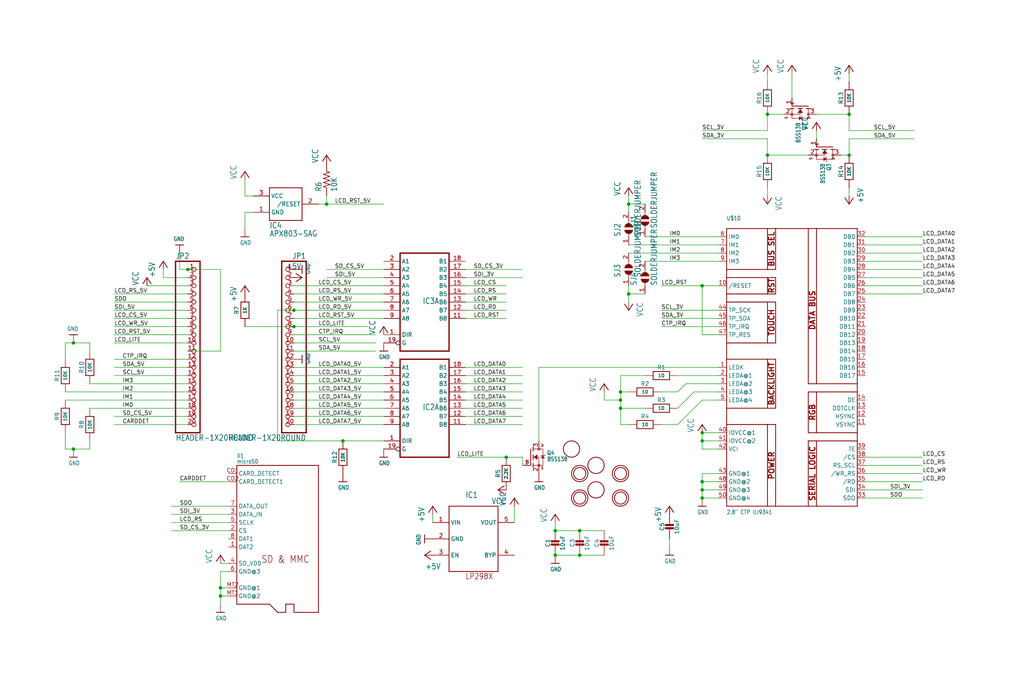
<source format=kicad_sch>
(kicad_sch (version 20211123) (generator eeschema)
  (paper "User" 318.592 212.877)
  (lib_symbols
    (symbol "eagleSchem-eagle-import:+5V" (power)
      (property "Value" "+5V" (at -2.54 -5.08 90))
      (symbol "+5V_1_0"
        (pin power_in line (at 0 -2.54 90) (length 2.54) (name "+5V") (number "1"))
      )
    )
    (symbol "eagleSchem-eagle-import:74245DW"
      (property "Reference" "IC" (at -0.635 -0.635 0))
      (symbol "74245DW_1_0"
        (pin input line (at -12.7 -10.16 0) (length 5.08) (name "DIR") (number "1"))
        (pin bidirectional line (at 12.7 -5.08 180) (length 5.08) (name "B8") (number "11"))
        (pin bidirectional line (at 12.7 -2.54 180) (length 5.08) (name "B7") (number "12"))
        (pin bidirectional line (at 12.7 0 180) (length 5.08) (name "B6") (number "13"))
        (pin bidirectional line (at 12.7 2.54 180) (length 5.08) (name "B5") (number "14"))
        (pin bidirectional line (at 12.7 5.08 180) (length 5.08) (name "B4") (number "15"))
        (pin bidirectional line (at 12.7 7.62 180) (length 5.08) (name "B3") (number "16"))
        (pin bidirectional line (at 12.7 10.16 180) (length 5.08) (name "B2") (number "17"))
        (pin bidirectional line (at 12.7 12.7 180) (length 5.08) (name "B1") (number "18"))
        (pin input inverted (at -12.7 -12.7 0) (length 5.08) (name "G") (number "19"))
        (pin bidirectional line (at -12.7 12.7 0) (length 5.08) (name "A1") (number "2"))
        (pin bidirectional line (at -12.7 10.16 0) (length 5.08) (name "A2") (number "3"))
        (pin bidirectional line (at -12.7 7.62 0) (length 5.08) (name "A3") (number "4"))
        (pin bidirectional line (at -12.7 5.08 0) (length 5.08) (name "A4") (number "5"))
        (pin bidirectional line (at -12.7 2.54 0) (length 5.08) (name "A5") (number "6"))
        (pin bidirectional line (at -12.7 0 0) (length 5.08) (name "A6") (number "7"))
        (pin bidirectional line (at -12.7 -2.54 0) (length 5.08) (name "A7") (number "8"))
        (pin bidirectional line (at -12.7 -5.08 0) (length 5.08) (name "A8") (number "9"))
      )
      (symbol "74245DW_2_0"
        (text "GND" (at 1.905 -5.842 900) (effects (font (size 1.27 1.0795)) (justify left bottom)))
        (text "VCC" (at 1.905 2.54 900) (effects (font (size 1.27 1.0795)) (justify left bottom)))
        (pin power_in line (at 0 -7.62 90) (length 5.08) (name "GND") (number "10"))
        (pin power_in line (at 0 7.62 270) (length 5.08) (name "VCC") (number "20"))
      )
    )
    (symbol "eagleSchem-eagle-import:AXP083-SAG"
      (property "Reference" "IC" (at -5.08 -7.62 0))
      (property "Value" "AXP083-SAG" (at -5.08 -10.16 0))
      (symbol "AXP083-SAG_1_0"
        (pin power_in line (at -10.16 -2.54 0) (length 5.08) (name "GND") (number "1"))
        (pin output line (at 10.16 0 180) (length 5.08) (name "/RESET") (number "2"))
        (pin power_in line (at -10.16 2.54 0) (length 5.08) (name "VCC") (number "3"))
      )
    )
    (symbol "eagleSchem-eagle-import:CAP_CERAMIC0805-NOOUTLINE"
      (property "Reference" "C" (at -2.29 1.25 90))
      (property "Value" "CAP_CERAMIC0805-NOOUTLINE" (at 2.3 1.25 90))
      (symbol "CAP_CERAMIC0805-NOOUTLINE_1_0"
        (pin passive line (at 0 5.08 270) (length 2.54) (name "1") (number "1"))
        (pin passive line (at 0 -2.54 90) (length 2.54) (name "2") (number "2"))
      )
    )
    (symbol "eagleSchem-eagle-import:DISP_LCD_CTP28_SAMPLE"
      (property "Reference" "TFT" (at -20.32 43.18 0))
      (property "Value" "DISP_LCD_CTP28_SAMPLE" (at -20.32 -48.26 0))
      (symbol "DISP_LCD_CTP28_SAMPLE_1_0"
        (text "BACKLIGHT" (at -6.35 -7.62 900) (effects (font (size 1.6764 1.6764) (thickness 0.3353) bold)))
        (text "BUS SEL" (at -6.35 34.29 900) (effects (font (size 1.6764 1.6764) (thickness 0.3353) bold)))
        (text "DATA BUS" (at 6.35 15.24 900) (effects (font (size 1.6764 1.6764) (thickness 0.3353) bold)))
        (text "POWER" (at -6.35 -33.02 900) (effects (font (size 1.6764 1.6764) (thickness 0.3353) bold)))
        (text "RGB" (at 6.35 -16.51 900) (effects (font (size 1.6764 1.6764) (thickness 0.3353) bold)))
        (text "RST" (at -6.35 22.86 900) (effects (font (size 1.6764 1.6764) (thickness 0.3353) bold)))
        (text "SERIAL LOGIC" (at 6.35 -35.56 900) (effects (font (size 1.6764 1.6764) (thickness 0.3353) bold)))
        (text "TOUCH" (at -6.35 11.43 900) (effects (font (size 1.6764 1.6764) (thickness 0.3353) bold)))
        (pin bidirectional line (at -22.86 -2.54 0) (length 2.54) (name "LEDK") (number "1"))
        (pin bidirectional line (at -22.86 22.86 0) (length 2.54) (name "/RESET") (number "10"))
        (pin bidirectional line (at 22.86 -20.32 180) (length 2.54) (name "VSYNC") (number "11"))
        (pin bidirectional line (at 22.86 -17.78 180) (length 2.54) (name "HSYNC") (number "12"))
        (pin bidirectional line (at 22.86 -15.24 180) (length 2.54) (name "DOTCLK") (number "13"))
        (pin bidirectional line (at 22.86 -12.7 180) (length 2.54) (name "DE") (number "14"))
        (pin bidirectional line (at 22.86 -5.08 180) (length 2.54) (name "DB17") (number "15"))
        (pin bidirectional line (at 22.86 -2.54 180) (length 2.54) (name "DB16") (number "16"))
        (pin bidirectional line (at 22.86 0 180) (length 2.54) (name "DB15") (number "17"))
        (pin bidirectional line (at 22.86 2.54 180) (length 2.54) (name "DB14") (number "18"))
        (pin bidirectional line (at 22.86 5.08 180) (length 2.54) (name "DB13") (number "19"))
        (pin bidirectional line (at -22.86 -5.08 0) (length 2.54) (name "LEDA@1") (number "2"))
        (pin bidirectional line (at 22.86 7.62 180) (length 2.54) (name "DB12") (number "20"))
        (pin bidirectional line (at 22.86 10.16 180) (length 2.54) (name "DB11") (number "21"))
        (pin bidirectional line (at 22.86 12.7 180) (length 2.54) (name "DB10") (number "22"))
        (pin bidirectional line (at 22.86 15.24 180) (length 2.54) (name "DB9") (number "23"))
        (pin bidirectional line (at 22.86 17.78 180) (length 2.54) (name "DB8") (number "24"))
        (pin bidirectional line (at 22.86 20.32 180) (length 2.54) (name "DB7") (number "25"))
        (pin bidirectional line (at 22.86 22.86 180) (length 2.54) (name "DB6") (number "26"))
        (pin bidirectional line (at 22.86 25.4 180) (length 2.54) (name "DB5") (number "27"))
        (pin bidirectional line (at 22.86 27.94 180) (length 2.54) (name "DB4") (number "28"))
        (pin bidirectional line (at 22.86 30.48 180) (length 2.54) (name "DB3") (number "29"))
        (pin bidirectional line (at -22.86 -7.62 0) (length 2.54) (name "LEDA@2") (number "3"))
        (pin bidirectional line (at 22.86 33.02 180) (length 2.54) (name "DB2") (number "30"))
        (pin bidirectional line (at 22.86 35.56 180) (length 2.54) (name "DB1") (number "31"))
        (pin bidirectional line (at 22.86 38.1 180) (length 2.54) (name "DB0") (number "32"))
        (pin bidirectional line (at 22.86 -43.18 180) (length 2.54) (name "SDO") (number "33"))
        (pin bidirectional line (at 22.86 -40.64 180) (length 2.54) (name "SDI") (number "34"))
        (pin bidirectional line (at 22.86 -38.1 180) (length 2.54) (name "/RD") (number "35"))
        (pin bidirectional line (at 22.86 -35.56 180) (length 2.54) (name "/WR_RS") (number "36"))
        (pin bidirectional line (at 22.86 -33.02 180) (length 2.54) (name "RS_SCL") (number "37"))
        (pin bidirectional line (at 22.86 -30.48 180) (length 2.54) (name "/CS") (number "38"))
        (pin bidirectional line (at 22.86 -27.94 180) (length 2.54) (name "TE") (number "39"))
        (pin bidirectional line (at -22.86 -10.16 0) (length 2.54) (name "LEDA@3") (number "4"))
        (pin bidirectional line (at -22.86 -22.86 0) (length 2.54) (name "IOVCC@1") (number "40"))
        (pin bidirectional line (at -22.86 -25.4 0) (length 2.54) (name "IOVCC@2") (number "41"))
        (pin bidirectional line (at -22.86 -27.94 0) (length 2.54) (name "VCI") (number "42"))
        (pin bidirectional line (at -22.86 -35.56 0) (length 2.54) (name "GND@1") (number "43"))
        (pin bidirectional line (at -22.86 15.24 0) (length 2.54) (name "TP_SCK") (number "44"))
        (pin bidirectional line (at -22.86 12.7 0) (length 2.54) (name "TP_SDA") (number "45"))
        (pin bidirectional line (at -22.86 10.16 0) (length 2.54) (name "TP_IRQ") (number "46"))
        (pin bidirectional line (at -22.86 7.62 0) (length 2.54) (name "TP_RES") (number "47"))
        (pin bidirectional line (at -22.86 -38.1 0) (length 2.54) (name "GND@2") (number "48"))
        (pin bidirectional line (at -22.86 -40.64 0) (length 2.54) (name "GND@3") (number "49"))
        (pin bidirectional line (at -22.86 -12.7 0) (length 2.54) (name "LEDA@4") (number "5"))
        (pin bidirectional line (at -22.86 -43.18 0) (length 2.54) (name "GND@4") (number "50"))
        (pin bidirectional line (at -22.86 38.1 0) (length 2.54) (name "IM0") (number "6"))
        (pin bidirectional line (at -22.86 35.56 0) (length 2.54) (name "IM1") (number "7"))
        (pin bidirectional line (at -22.86 33.02 0) (length 2.54) (name "IM2") (number "8"))
        (pin bidirectional line (at -22.86 30.48 0) (length 2.54) (name "IM3") (number "9"))
      )
    )
    (symbol "eagleSchem-eagle-import:FIDUCIAL")
    (symbol "eagleSchem-eagle-import:GND" (power)
      (property "Value" "GND" (at -1.524 -2.54 0))
      (symbol "GND_1_0"
        (pin power_in line (at 0 2.54 270) (length 2.54) (name "GND") (number "1"))
      )
    )
    (symbol "eagleSchem-eagle-import:HEADER-1X20ROUND"
      (property "Reference" "JP" (at -6.35 26.035 0))
      (property "Value" "HEADER-1X20ROUND" (at -6.35 -30.48 0))
      (symbol "HEADER-1X20ROUND_1_0"
        (pin passive inverted (at -2.54 22.86 0) (length 2.54) (name "1") (number "1"))
        (pin passive inverted (at -2.54 0 0) (length 2.54) (name "10") (number "10"))
        (pin passive inverted (at -2.54 -2.54 0) (length 2.54) (name "11") (number "11"))
        (pin passive inverted (at -2.54 -5.08 0) (length 2.54) (name "12") (number "12"))
        (pin passive inverted (at -2.54 -7.62 0) (length 2.54) (name "13") (number "13"))
        (pin passive inverted (at -2.54 -10.16 0) (length 2.54) (name "14") (number "14"))
        (pin passive inverted (at -2.54 -12.7 0) (length 2.54) (name "15") (number "15"))
        (pin passive inverted (at -2.54 -15.24 0) (length 2.54) (name "16") (number "16"))
        (pin passive inverted (at -2.54 -17.78 0) (length 2.54) (name "17") (number "17"))
        (pin passive inverted (at -2.54 -20.32 0) (length 2.54) (name "18") (number "18"))
        (pin passive inverted (at -2.54 -22.86 0) (length 2.54) (name "19") (number "19"))
        (pin passive inverted (at -2.54 20.32 0) (length 2.54) (name "2") (number "2"))
        (pin passive inverted (at -2.54 -25.4 0) (length 2.54) (name "20") (number "20"))
        (pin passive inverted (at -2.54 17.78 0) (length 2.54) (name "3") (number "3"))
        (pin passive inverted (at -2.54 15.24 0) (length 2.54) (name "4") (number "4"))
        (pin passive inverted (at -2.54 12.7 0) (length 2.54) (name "5") (number "5"))
        (pin passive inverted (at -2.54 10.16 0) (length 2.54) (name "6") (number "6"))
        (pin passive inverted (at -2.54 7.62 0) (length 2.54) (name "7") (number "7"))
        (pin passive inverted (at -2.54 5.08 0) (length 2.54) (name "8") (number "8"))
        (pin passive inverted (at -2.54 2.54 0) (length 2.54) (name "9") (number "9"))
      )
    )
    (symbol "eagleSchem-eagle-import:LP298XS"
      (property "Reference" "IC" (at -12.7 -5.08 90))
      (symbol "LP298XS_1_0"
        (text "LP298X" (at 12.7 -5.08 900) (effects (font (size 1.778 1.5113)) (justify left bottom)))
        (pin bidirectional line (at -5.08 -15.24 90) (length 5.08) (name "VIN") (number "1"))
        (pin bidirectional line (at 0 -15.24 90) (length 5.08) (name "GND") (number "2"))
        (pin bidirectional line (at 5.08 -15.24 90) (length 5.08) (name "EN") (number "3"))
        (pin bidirectional line (at 5.08 10.16 270) (length 5.08) (name "BYP") (number "4"))
        (pin bidirectional line (at -5.08 10.16 270) (length 5.08) (name "VOUT") (number "5"))
      )
    )
    (symbol "eagleSchem-eagle-import:MICROSD"
      (property "Reference" "X" (at -12.7 22.606 0))
      (property "Value" "MICROSD" (at -12.7 20.828 0))
      (symbol "MICROSD_1_0"
        (text "SD & MMC" (at -5.08 -10.16 0) (effects (font (size 2.1844 1.8567)) (justify left bottom)))
        (pin bidirectional line (at -15.24 -5.08 0) (length 2.54) (name "DAT2") (number "1"))
        (pin input line (at -15.24 0 0) (length 2.54) (name "CS") (number "2"))
        (pin input line (at -15.24 5.08 0) (length 2.54) (name "DATA_IN") (number "3"))
        (pin power_in line (at -15.24 -10.16 0) (length 2.54) (name "SD_VDD") (number "4"))
        (pin input line (at -15.24 2.54 0) (length 2.54) (name "SCLK") (number "5"))
        (pin power_in line (at -15.24 -12.7 0) (length 2.54) (name "GND@3") (number "6"))
        (pin output line (at -15.24 7.62 0) (length 2.54) (name "DATA_OUT") (number "7"))
        (pin bidirectional line (at -15.24 -2.54 0) (length 2.54) (name "DAT1") (number "8"))
        (pin passive line (at -15.24 17.78 0) (length 2.54) (name "CARD_DETECT") (number "CD1"))
        (pin passive line (at -15.24 15.24 0) (length 2.54) (name "CARD_DETECT1") (number "CD2"))
        (pin power_in line (at -15.24 -20.32 0) (length 2.54) (name "GND@2") (number "MT1"))
        (pin power_in line (at -15.24 -17.78 0) (length 2.54) (name "GND@1") (number "MT2"))
      )
    )
    (symbol "eagleSchem-eagle-import:MOSFET-NWIDE"
      (property "Reference" "Q" (at 5.08 0.635 0))
      (property "Value" "MOSFET-NWIDE" (at 5.08 -1.27 0))
      (symbol "MOSFET-NWIDE_1_0"
        (text "D" (at 3.175 3.175 0) (effects (font (size 0.8128 0.6908)) (justify left bottom)))
        (text "G" (at -1.27 -1.905 0) (effects (font (size 0.8128 0.6908)) (justify left bottom)))
        (text "S" (at 3.175 -3.81 0) (effects (font (size 0.8128 0.6908)) (justify left bottom)))
        (pin bidirectional line (at -2.54 -2.54 0) (length 2.54) (name "G") (number "1"))
        (pin bidirectional line (at 2.54 -5.08 90) (length 2.54) (name "S") (number "2"))
        (pin bidirectional line (at 2.54 5.08 270) (length 2.54) (name "D") (number "3"))
      )
    )
    (symbol "eagleSchem-eagle-import:MOUNTINGHOLE3.0THIN")
    (symbol "eagleSchem-eagle-import:R-US_R0805"
      (property "Reference" "R" (at -3.81 1.4986 0))
      (property "Value" "R-US_R0805" (at -3.81 -3.302 0))
      (symbol "R-US_R0805_1_0"
        (pin passive line (at -5.08 0 0) (length 2.54) (name "1") (number "1"))
        (pin passive line (at 5.08 0 180) (length 2.54) (name "2") (number "2"))
      )
    )
    (symbol "eagleSchem-eagle-import:RESISTOR0805_NOOUTLINE"
      (property "Reference" "R" (at 0 2.54 0))
      (property "Value" "RESISTOR0805_NOOUTLINE" (at 0 0 0))
      (symbol "RESISTOR0805_NOOUTLINE_1_0"
        (pin passive line (at -5.08 0 0) (length 2.54) (name "1") (number "1"))
        (pin passive line (at 5.08 0 180) (length 2.54) (name "2") (number "2"))
      )
    )
    (symbol "eagleSchem-eagle-import:SOLDERJUMPER"
      (property "Reference" "SJ" (at -2.54 2.54 0))
      (property "Value" "SOLDERJUMPER" (at -2.54 -3.81 0))
      (symbol "SOLDERJUMPER_1_0"
        (pin passive line (at -5.08 0 0) (length 2.54) (name "1") (number "1"))
        (pin passive line (at 5.08 0 180) (length 2.54) (name "2") (number "2"))
      )
    )
    (symbol "eagleSchem-eagle-import:VCC" (power)
      (property "Value" "VCC" (at -2.54 -2.54 90))
      (symbol "VCC_1_0"
        (pin power_in line (at 0 -2.54 90) (length 2.54) (name "VCC") (number "1"))
      )
    )
  )
  (junction (at 264.16 48.26))
  (junction (at 68.58 182.88))
  (junction (at 22.86 106.68))
  (junction (at 218.44 154.94))
  (junction (at 195.58 63.5))
  (junction (at 193.04 121.92))
  (junction (at 58.42 83.82))
  (junction (at 172.72 172.72))
  (junction (at 218.44 134.62))
  (junction (at 180.34 165.1))
  (junction (at 157.48 142.24))
  (junction (at 218.44 152.4))
  (junction (at 180.34 172.72))
  (junction (at 106.68 137.16))
  (junction (at 193.04 127))
  (junction (at 101.6 63.5))
  (junction (at 22.86 139.7))
  (junction (at 238.76 48.26))
  (junction (at 238.76 35.56))
  (junction (at 195.58 91.44))
  (junction (at 264.16 35.56))
  (junction (at 91.44 101.6))
  (junction (at 218.44 137.16))
  (junction (at 218.44 149.86))
  (junction (at 172.72 165.1))
  (junction (at 68.58 185.42))
  (junction (at 91.44 96.52))
  (junction (at 193.04 124.46))
  (junction (at 218.44 88.9))
  (wire (pts (xy 71.12 162.56) (xy 53.34 162.56)))
  (wire (pts (xy 58.42 83.82) (xy 55.88 83.82)))
  (wire (pts (xy 195.58 132.08) (xy 193.04 132.08)))
  (wire (pts (xy 210.82 116.84) (xy 223.52 116.84)))
  (wire (pts (xy 269.24 73.66) (xy 287.02 73.66)))
  (wire (pts (xy 160.02 157.48) (xy 160.02 162.56)))
  (wire (pts (xy 35.56 99.06) (xy 58.42 99.06)))
  (wire (pts (xy 269.24 81.28) (xy 287.02 81.28)))
  (wire (pts (xy 20.32 134.62) (xy 20.32 139.7)))
  (wire (pts (xy 157.48 142.24) (xy 162.56 142.24)))
  (wire (pts (xy 76.2 60.96) (xy 76.2 55.88)))
  (wire (pts (xy 167.64 137.16) (xy 167.64 114.3)))
  (wire (pts (xy 53.34 165.1) (xy 71.12 165.1)))
  (wire (pts (xy 223.52 139.7) (xy 218.44 139.7)))
  (wire (pts (xy 86.36 137.16) (xy 86.36 96.52)))
  (wire (pts (xy 101.6 63.5) (xy 119.38 63.5)))
  (wire (pts (xy 269.24 149.86) (xy 287.02 149.86)))
  (wire (pts (xy 119.38 114.3) (xy 91.44 114.3)))
  (wire (pts (xy 213.36 119.38) (xy 223.52 119.38)))
  (wire (pts (xy 58.42 86.36) (xy 50.8 86.36)))
  (wire (pts (xy 78.74 60.96) (xy 76.2 60.96)))
  (wire (pts (xy 193.04 127) (xy 200.66 127)))
  (wire (pts (xy 264.16 48.26) (xy 261.62 48.26)))
  (wire (pts (xy 119.38 119.38) (xy 91.44 119.38)))
  (wire (pts (xy 35.56 93.98) (xy 58.42 93.98)))
  (wire (pts (xy 91.44 101.6) (xy 114.3 101.6)))
  (wire (pts (xy 218.44 147.32) (xy 218.44 149.86)))
  (wire (pts (xy 195.58 93.98) (xy 195.58 91.44)))
  (wire (pts (xy 223.52 96.52) (xy 205.74 96.52)))
  (wire (pts (xy 91.44 96.52) (xy 86.36 96.52)))
  (wire (pts (xy 238.76 48.26) (xy 238.76 43.18)))
  (wire (pts (xy 193.04 132.08) (xy 193.04 127)))
  (wire (pts (xy 238.76 40.64) (xy 218.44 40.64)))
  (wire (pts (xy 68.58 185.42) (xy 68.58 182.88)))
  (wire (pts (xy 116.84 104.14) (xy 91.44 104.14)))
  (wire (pts (xy 223.52 78.74) (xy 195.58 78.74)))
  (wire (pts (xy 119.38 121.92) (xy 91.44 121.92)))
  (wire (pts (xy 68.58 185.42) (xy 68.58 187.96)))
  (wire (pts (xy 193.04 116.84) (xy 200.66 116.84)))
  (wire (pts (xy 238.76 60.96) (xy 238.76 58.42)))
  (wire (pts (xy 223.52 134.62) (xy 218.44 134.62)))
  (wire (pts (xy 71.12 177.8) (xy 68.58 177.8)))
  (wire (pts (xy 144.78 91.44) (xy 157.48 91.44)))
  (wire (pts (xy 210.82 121.92) (xy 213.36 119.38)))
  (wire (pts (xy 20.32 106.68) (xy 20.32 111.76)))
  (wire (pts (xy 223.52 73.66) (xy 200.66 73.66)))
  (wire (pts (xy 55.88 83.82) (xy 55.88 78.74)))
  (wire (pts (xy 264.16 22.86) (xy 264.16 25.4)))
  (wire (pts (xy 238.76 40.64) (xy 238.76 35.56)))
  (wire (pts (xy 116.84 109.22) (xy 91.44 109.22)))
  (wire (pts (xy 269.24 154.94) (xy 287.02 154.94)))
  (wire (pts (xy 144.78 88.9) (xy 157.48 88.9)))
  (wire (pts (xy 172.72 162.56) (xy 172.72 165.1)))
  (wire (pts (xy 119.38 127) (xy 91.44 127)))
  (wire (pts (xy 119.38 116.84) (xy 91.44 116.84)))
  (wire (pts (xy 195.58 121.92) (xy 193.04 121.92)))
  (wire (pts (xy 246.38 30.48) (xy 246.38 22.86)))
  (wire (pts (xy 223.52 104.14) (xy 218.44 104.14)))
  (wire (pts (xy 193.04 121.92) (xy 193.04 116.84)))
  (wire (pts (xy 68.58 182.88) (xy 71.12 182.88)))
  (wire (pts (xy 119.38 86.36) (xy 101.6 86.36)))
  (wire (pts (xy 215.9 121.92) (xy 223.52 121.92)))
  (wire (pts (xy 264.16 35.56) (xy 264.16 40.64)))
  (wire (pts (xy 91.44 91.44) (xy 119.38 91.44)))
  (wire (pts (xy 58.42 111.76) (xy 35.56 111.76)))
  (wire (pts (xy 45.72 88.9) (xy 58.42 88.9)))
  (wire (pts (xy 91.44 96.52) (xy 119.38 96.52)))
  (wire (pts (xy 162.56 114.3) (xy 144.78 114.3)))
  (wire (pts (xy 58.42 127) (xy 27.94 127)))
  (wire (pts (xy 218.44 124.46) (xy 223.52 124.46)))
  (wire (pts (xy 223.52 99.06) (xy 205.74 99.06)))
  (wire (pts (xy 144.78 86.36) (xy 162.56 86.36)))
  (wire (pts (xy 20.32 121.92) (xy 58.42 121.92)))
  (wire (pts (xy 251.46 48.26) (xy 238.76 48.26)))
  (wire (pts (xy 187.96 172.72) (xy 180.34 172.72)))
  (wire (pts (xy 22.86 106.68) (xy 20.32 106.68)))
  (wire (pts (xy 71.12 185.42) (xy 68.58 185.42)))
  (wire (pts (xy 264.16 43.18) (xy 284.48 43.18)))
  (wire (pts (xy 116.84 106.68) (xy 91.44 106.68)))
  (wire (pts (xy 269.24 78.74) (xy 287.02 78.74)))
  (wire (pts (xy 58.42 116.84) (xy 35.56 116.84)))
  (wire (pts (xy 76.2 66.04) (xy 78.74 66.04)))
  (wire (pts (xy 195.58 66.04) (xy 195.58 63.5)))
  (wire (pts (xy 208.28 170.18) (xy 208.28 167.64)))
  (wire (pts (xy 91.44 93.98) (xy 119.38 93.98)))
  (wire (pts (xy 218.44 152.4) (xy 218.44 154.94)))
  (wire (pts (xy 20.32 124.46) (xy 58.42 124.46)))
  (wire (pts (xy 22.86 139.7) (xy 27.94 139.7)))
  (wire (pts (xy 269.24 76.2) (xy 287.02 76.2)))
  (wire (pts (xy 119.38 124.46) (xy 91.44 124.46)))
  (wire (pts (xy 187.96 124.46) (xy 193.04 124.46)))
  (wire (pts (xy 134.62 160.02) (xy 134.62 162.56)))
  (wire (pts (xy 238.76 22.86) (xy 238.76 25.4)))
  (wire (pts (xy 35.56 114.3) (xy 58.42 114.3)))
  (wire (pts (xy 144.78 83.82) (xy 162.56 83.82)))
  (wire (pts (xy 35.56 104.14) (xy 58.42 104.14)))
  (wire (pts (xy 264.16 60.96) (xy 264.16 58.42)))
  (wire (pts (xy 50.8 86.36) (xy 50.8 83.82)))
  (wire (pts (xy 172.72 172.72) (xy 180.34 172.72)))
  (wire (pts (xy 180.34 165.1) (xy 187.96 165.1)))
  (wire (pts (xy 68.58 109.22) (xy 68.58 83.82)))
  (wire (pts (xy 101.6 60.96) (xy 101.6 63.5)))
  (wire (pts (xy 20.32 139.7) (xy 22.86 139.7)))
  (wire (pts (xy 76.2 71.12) (xy 76.2 66.04)))
  (wire (pts (xy 218.44 134.62) (xy 218.44 137.16)))
  (wire (pts (xy 218.44 43.18) (xy 238.76 43.18)))
  (wire (pts (xy 144.78 96.52) (xy 157.48 96.52)))
  (wire (pts (xy 187.96 121.92) (xy 187.96 124.46)))
  (wire (pts (xy 91.44 101.6) (xy 76.2 101.6)))
  (wire (pts (xy 162.56 119.38) (xy 144.78 119.38)))
  (wire (pts (xy 119.38 129.54) (xy 91.44 129.54)))
  (wire (pts (xy 218.44 104.14) (xy 218.44 88.9)))
  (wire (pts (xy 71.12 175.26) (xy 68.58 175.26)))
  (wire (pts (xy 71.12 160.02) (xy 53.34 160.02)))
  (wire (pts (xy 205.74 121.92) (xy 210.82 121.92)))
  (wire (pts (xy 162.56 116.84) (xy 144.78 116.84)))
  (wire (pts (xy 269.24 86.36) (xy 287.02 86.36)))
  (wire (pts (xy 269.24 83.82) (xy 287.02 83.82)))
  (wire (pts (xy 223.52 81.28) (xy 200.66 81.28)))
  (wire (pts (xy 195.58 91.44) (xy 195.58 88.9)))
  (wire (pts (xy 200.66 91.44) (xy 195.58 91.44)))
  (wire (pts (xy 58.42 109.22) (xy 68.58 109.22)))
  (wire (pts (xy 195.58 76.2) (xy 223.52 76.2)))
  (wire (pts (xy 71.12 149.86) (xy 55.88 149.86)))
  (wire (pts (xy 218.44 149.86) (xy 218.44 152.4)))
  (wire (pts (xy 254 40.64) (xy 254 43.18)))
  (wire (pts (xy 264.16 40.64) (xy 284.48 40.64)))
  (wire (pts (xy 269.24 144.78) (xy 287.02 144.78)))
  (wire (pts (xy 106.68 137.16) (xy 86.36 137.16)))
  (wire (pts (xy 195.58 60.96) (xy 195.58 63.5)))
  (wire (pts (xy 101.6 83.82) (xy 119.38 83.82)))
  (wire (pts (xy 269.24 91.44) (xy 287.02 91.44)))
  (wire (pts (xy 162.56 142.24) (xy 162.56 144.78)))
  (wire (pts (xy 68.58 83.82) (xy 58.42 83.82)))
  (wire (pts (xy 142.24 142.24) (xy 157.48 142.24)))
  (wire (pts (xy 162.56 132.08) (xy 144.78 132.08)))
  (wire (pts (xy 162.56 127) (xy 144.78 127)))
  (wire (pts (xy 27.94 106.68) (xy 22.86 106.68)))
  (wire (pts (xy 223.52 149.86) (xy 218.44 149.86)))
  (wire (pts (xy 144.78 99.06) (xy 157.48 99.06)))
  (wire (pts (xy 210.82 132.08) (xy 218.44 124.46)))
  (wire (pts (xy 223.52 147.32) (xy 218.44 147.32)))
  (wire (pts (xy 205.74 88.9) (xy 218.44 88.9)))
  (wire (pts (xy 68.58 177.8) (xy 68.58 182.88)))
  (wire (pts (xy 53.34 157.48) (xy 71.12 157.48)))
  (wire (pts (xy 27.94 139.7) (xy 27.94 137.16)))
  (wire (pts (xy 205.74 132.08) (xy 210.82 132.08)))
  (wire (pts (xy 119.38 132.08) (xy 91.44 132.08)))
  (wire (pts (xy 162.56 121.92) (xy 144.78 121.92)))
  (wire (pts (xy 144.78 93.98) (xy 157.48 93.98)))
  (wire (pts (xy 269.24 142.24) (xy 287.02 142.24)))
  (wire (pts (xy 238.76 35.56) (xy 243.84 35.56)))
  (wire (pts (xy 195.58 63.5) (xy 200.66 63.5)))
  (wire (pts (xy 218.44 139.7) (xy 218.44 137.16)))
  (wire (pts (xy 91.44 99.06) (xy 119.38 99.06)))
  (wire (pts (xy 58.42 132.08) (xy 35.56 132.08)))
  (wire (pts (xy 223.52 101.6) (xy 205.74 101.6)))
  (wire (pts (xy 193.04 124.46) (xy 193.04 121.92)))
  (wire (pts (xy 218.44 88.9) (xy 223.52 88.9)))
  (wire (pts (xy 180.34 165.1) (xy 172.72 165.1)))
  (wire (pts (xy 35.56 101.6) (xy 58.42 101.6)))
  (wire (pts (xy 218.44 152.4) (xy 223.52 152.4)))
  (wire (pts (xy 99.06 63.5) (xy 101.6 63.5)))
  (wire (pts (xy 162.56 129.54) (xy 144.78 129.54)))
  (wire (pts (xy 27.94 109.22) (xy 27.94 106.68)))
  (wire (pts (xy 254 35.56) (xy 264.16 35.56)))
  (wire (pts (xy 269.24 147.32) (xy 287.02 147.32)))
  (wire (pts (xy 58.42 106.68) (xy 35.56 106.68)))
  (wire (pts (xy 162.56 124.46) (xy 144.78 124.46)))
  (wire (pts (xy 91.44 88.9) (xy 119.38 88.9)))
  (wire (pts (xy 193.04 127) (xy 193.04 124.46)))
  (wire (pts (xy 58.42 96.52) (xy 35.56 96.52)))
  (wire (pts (xy 119.38 137.16) (xy 106.68 137.16)))
  (wire (pts (xy 35.56 129.54) (xy 58.42 129.54)))
  (wire (pts (xy 269.24 88.9) (xy 287.02 88.9)))
  (wire (pts (xy 167.64 114.3) (xy 223.52 114.3)))
  (wire (pts (xy 269.24 152.4) (xy 287.02 152.4)))
  (wire (pts (xy 218.44 154.94) (xy 223.52 154.94)))
  (wire (pts (xy 35.56 91.44) (xy 58.42 91.44)))
  (wire (pts (xy 210.82 127) (xy 215.9 121.92)))
  (wire (pts (xy 27.94 119.38) (xy 58.42 119.38)))
  (wire (pts (xy 218.44 137.16) (xy 223.52 137.16)))
  (wire (pts (xy 264.16 48.26) (xy 264.16 43.18)))
  (label "LCD_RS" (at 147.32 91.44 0) (effects (font (size 1.2446 1.2446))))
  (label "LCD_DATA2" (at 287.02 78.74 0) (effects (font (size 1.2446 1.2446))))
  (label "LCD_DATA5" (at 287.02 86.36 0) (effects (font (size 1.2446 1.2446))))
  (label "SDI_5V" (at 35.56 96.52 0) (effects (font (size 1.2446 1.2446))))
  (label "LCD_LITE" (at 35.56 106.68 0) (effects (font (size 1.2446 1.2446))))
  (label "LCD_DATA7" (at 147.32 132.08 0) (effects (font (size 1.2446 1.2446))))
  (label "SCL_5V" (at 271.78 40.64 0) (effects (font (size 1.2446 1.2446))))
  (label "IM0" (at 208.28 73.66 0) (effects (font (size 1.2446 1.2446))))
  (label "IM0" (at 38.1 127 0) (effects (font (size 1.2446 1.2446))))
  (label "LCD_WR" (at 287.02 147.32 0) (effects (font (size 1.2446 1.2446))))
  (label "LCD_DATA0_5V" (at 99.06 114.3 0) (effects (font (size 1.2446 1.2446))))
  (label "LCD_DATA1" (at 287.02 76.2 0) (effects (font (size 1.2446 1.2446))))
  (label "LCD_WR_5V" (at 35.56 101.6 0) (effects (font (size 1.2446 1.2446))))
  (label "CARDDET" (at 38.1 132.08 0) (effects (font (size 1.2446 1.2446))))
  (label "SDI_3V" (at 276.86 152.4 0) (effects (font (size 1.2446 1.2446))))
  (label "LCD_RST_5V" (at 104.14 63.5 0) (effects (font (size 1.2446 1.2446))))
  (label "SDI_5V" (at 104.14 86.36 0) (effects (font (size 1.2446 1.2446))))
  (label "LCD_RS_5V" (at 99.06 91.44 0) (effects (font (size 1.2446 1.2446))))
  (label "SD_CS_3V" (at 147.32 83.82 0) (effects (font (size 1.2446 1.2446))))
  (label "LCD_DATA1" (at 147.32 116.84 0) (effects (font (size 1.2446 1.2446))))
  (label "SD_CS_5V" (at 104.14 83.82 0) (effects (font (size 1.2446 1.2446))))
  (label "IM2" (at 208.28 78.74 0) (effects (font (size 1.2446 1.2446))))
  (label "LCD_LITE" (at 142.24 142.24 0) (effects (font (size 1.2446 1.2446))))
  (label "LCD_DATA3" (at 287.02 81.28 0) (effects (font (size 1.2446 1.2446))))
  (label "SDA_5V" (at 99.06 109.22 0) (effects (font (size 1.2446 1.2446))))
  (label "SDA_5V" (at 271.78 43.18 0) (effects (font (size 1.2446 1.2446))))
  (label "LCD_DATA4_5V" (at 99.06 124.46 0) (effects (font (size 1.2446 1.2446))))
  (label "LCD_RD" (at 287.02 149.86 0) (effects (font (size 1.2446 1.2446))))
  (label "LCD_DATA7_5V" (at 99.06 132.08 0) (effects (font (size 1.2446 1.2446))))
  (label "LCD_CS_5V" (at 99.06 88.9 0) (effects (font (size 1.2446 1.2446))))
  (label "IM3" (at 38.1 119.38 0) (effects (font (size 1.2446 1.2446))))
  (label "CTP_IRQ" (at 38.1 111.76 0) (effects (font (size 1.2446 1.2446))))
  (label "SCL_3V" (at 205.74 96.52 0) (effects (font (size 1.2446 1.2446))))
  (label "LCD_DATA5" (at 147.32 127 0) (effects (font (size 1.2446 1.2446))))
  (label "LCD_RST_5V" (at 99.06 99.06 0) (effects (font (size 1.2446 1.2446))))
  (label "CTP_IRQ" (at 99.06 104.14 0) (effects (font (size 1.2446 1.2446))))
  (label "SDO" (at 276.86 154.94 0) (effects (font (size 1.2446 1.2446))))
  (label "LCD_WR" (at 147.32 93.98 0) (effects (font (size 1.2446 1.2446))))
  (label "LCD_RD_5V" (at 99.06 96.52 0) (effects (font (size 1.2446 1.2446))))
  (label "LCD_DATA6" (at 287.02 88.9 0) (effects (font (size 1.2446 1.2446))))
  (label "LCD_DATA0" (at 147.32 114.3 0) (effects (font (size 1.2446 1.2446))))
  (label "LCD_RST" (at 147.32 99.06 0) (effects (font (size 1.2446 1.2446))))
  (label "LCD_LITE" (at 99.06 101.6 0) (effects (font (size 1.2446 1.2446))))
  (label "SDA_3V" (at 205.74 99.06 0) (effects (font (size 1.2446 1.2446))))
  (label "SCL_3V" (at 218.44 40.64 0) (effects (font (size 1.2446 1.2446))))
  (label "LCD_RS" (at 55.88 162.56 0) (effects (font (size 1.2446 1.2446))))
  (label "LCD_RD" (at 147.32 96.52 0) (effects (font (size 1.2446 1.2446))))
  (label "SDO" (at 55.88 157.48 0) (effects (font (size 1.2446 1.2446))))
  (label "LCD_DATA7" (at 287.02 91.44 0) (effects (font (size 1.2446 1.2446))))
  (label "SCL_5V" (at 99.06 106.68 0) (effects (font (size 1.2446 1.2446))))
  (label "IM1" (at 38.1 124.46 0) (effects (font (size 1.2446 1.2446))))
  (label "IM1" (at 208.28 76.2 0) (effects (font (size 1.2446 1.2446))))
  (label "LCD_RST" (at 205.74 88.9 0) (effects (font (size 1.2446 1.2446))))
  (label "CTP_IRQ" (at 205.74 101.6 0) (effects (font (size 1.2446 1.2446))))
  (label "LCD_RS" (at 287.02 144.78 0) (effects (font (size 1.2446 1.2446))))
  (label "LCD_DATA3_5V" (at 99.06 121.92 0) (effects (font (size 1.2446 1.2446))))
  (label "LCD_DATA2" (at 147.32 119.38 0) (effects (font (size 1.2446 1.2446))))
  (label "IM3" (at 208.28 81.28 0) (effects (font (size 1.2446 1.2446))))
  (label "LCD_DATA6_5V" (at 99.06 129.54 0) (effects (font (size 1.2446 1.2446))))
  (label "CARDDET" (at 55.88 149.86 0) (effects (font (size 1.2446 1.2446))))
  (label "SDA_5V" (at 38.1 114.3 0) (effects (font (size 1.2446 1.2446))))
  (label "LCD_CS" (at 147.32 88.9 0) (effects (font (size 1.2446 1.2446))))
  (label "SDA_3V" (at 218.44 43.18 0) (effects (font (size 1.2446 1.2446))))
  (label "LCD_DATA5_5V" (at 99.06 127 0) (effects (font (size 1.2446 1.2446))))
  (label "LCD_DATA3" (at 147.32 121.92 0) (effects (font (size 1.2446 1.2446))))
  (label "LCD_RS_5V" (at 35.56 91.44 0) (effects (font (size 1.2446 1.2446))))
  (label "LCD_DATA4" (at 147.32 124.46 0) (effects (font (size 1.2446 1.2446))))
  (label "LCD_CS" (at 287.02 142.24 0) (effects (font (size 1.2446 1.2446))))
  (label "LCD_DATA4" (at 287.02 83.82 0) (effects (font (size 1.2446 1.2446))))
  (label "LCD_CS_5V" (at 35.56 99.06 0) (effects (font (size 1.2446 1.2446))))
  (label "SCL_5V" (at 38.1 116.84 0) (effects (font (size 1.2446 1.2446))))
  (label "LCD_DATA1_5V" (at 99.06 116.84 0) (effects (font (size 1.2446 1.2446))))
  (label "SDI_3V" (at 55.88 160.02 0) (effects (font (size 1.2446 1.2446))))
  (label "SD_CS_3V" (at 55.88 165.1 0) (effects (font (size 1.2446 1.2446))))
  (label "IM2" (at 38.1 121.92 0) (effects (font (size 1.2446 1.2446))))
  (label "LCD_DATA2_5V" (at 99.06 119.38 0) (effects (font (size 1.2446 1.2446))))
  (label "SDI_3V" (at 147.32 86.36 0) (effects (font (size 1.2446 1.2446))))
  (label "LCD_WR_5V" (at 99.06 93.98 0) (effects (font (size 1.2446 1.2446))))
  (label "LCD_DATA0" (at 287.02 73.66 0) (effects (font (size 1.2446 1.2446))))
  (label "LCD_RST_5V" (at 35.56 104.14 0) (effects (font (size 1.2446 1.2446))))
  (label "LCD_DATA6" (at 147.32 129.54 0) (effects (font (size 1.2446 1.2446))))
  (label "SD_CS_5V" (at 38.1 129.54 0) (effects (font (size 1.2446 1.2446))))
  (label "SDO" (at 35.56 93.98 0) (effects (font (size 1.2446 1.2446))))
  (symbol (lib_id "eagleSchem-eagle-import:LP298XS") (at 149.86 167.64 270) (unit 1)
    (property "Reference" "IC1" (at 144.78 154.94 90) (effects (font (size 1.778 1.5113)) (justify left bottom)))
    (property "Value" "MIC5225-3.3" (effects hide))
    (property "Footprint" "eagleSchem:SOT23-5L" (effects hide))
  )
  (symbol (lib_id "eagleSchem-eagle-import:MOSFET-NWIDE") (at 248.92 33.02 270) (unit 1)
    (property "Reference" "Q2" (at 249.555 38.1 0) (effects (font (size 1.27 1.0795)) (justify left bottom)))
    (property "Value" "BSS138" (at 247.65 38.1 0) (effects (font (size 1.27 1.0795)) (justify left bottom)))
    (property "Footprint" "eagleSchem:SOT23-WIDE" (effects hide))
  )
  (symbol (lib_id "eagleSchem-eagle-import:CAP_CERAMIC0805-NOOUTLINE") (at 187.96 170.18 0) (unit 1)
    (property "Reference" "C4" (at 185.67 168.93 90))
    (property "Value" "10uF" (at 190.26 168.93 90))
    (property "Footprint" "eagleSchem:0805-NO" (effects hide))
  )
  (symbol (lib_id "eagleSchem-eagle-import:CAP_CERAMIC0805-NOOUTLINE") (at 180.34 170.18 0) (unit 1)
    (property "Reference" "C3" (at 178.05 168.93 90))
    (property "Value" "10uF" (at 182.64 168.93 90))
    (property "Footprint" "eagleSchem:0805-NO" (effects hide))
  )
  (symbol (lib_id "eagleSchem-eagle-import:MOUNTINGHOLE3.0THIN") (at 180.34 154.94 0) (unit 1)
    (property "Reference" "U$16" (effects hide))
    (property "Value" "MOUNTINGHOLE3.0THIN" (effects hide))
    (property "Footprint" "eagleSchem:MOUNTINGHOLE_3.0_PLATEDTHIN" (effects hide))
  )
  (symbol (lib_id "eagleSchem-eagle-import:GND") (at 76.2 73.66 0) (unit 1)
    (property "Reference" "#U$3" (effects hide))
    (property "Value" "GND" (at 74.676 76.2 0) (effects (font (size 1.27 1.0795)) (justify left bottom)))
    (property "Footprint" "eagleSchem:" (effects hide))
  )
  (symbol (lib_id "eagleSchem-eagle-import:RESISTOR0805_NOOUTLINE") (at 157.48 147.32 90) (unit 1)
    (property "Reference" "R5" (at 154.94 147.32 0))
    (property "Value" "2.2K" (at 157.48 147.32 0) (effects (font (size 1.016 1.016) bold)))
    (property "Footprint" "eagleSchem:0805-NO" (effects hide))
  )
  (symbol (lib_id "eagleSchem-eagle-import:VCC") (at 195.58 96.52 180) (unit 1)
    (property "Reference" "#P+10" (effects hide))
    (property "Value" "VCC" (at 198.12 93.98 90) (effects (font (size 1.778 1.5113)) (justify left bottom)))
    (property "Footprint" "eagleSchem:" (effects hide))
  )
  (symbol (lib_id "eagleSchem-eagle-import:RESISTOR0805_NOOUTLINE") (at 264.16 53.34 90) (unit 1)
    (property "Reference" "R14" (at 261.62 53.34 0))
    (property "Value" "10K" (at 264.16 53.34 0) (effects (font (size 1.016 1.016) bold)))
    (property "Footprint" "eagleSchem:0805-NO" (effects hide))
  )
  (symbol (lib_id "eagleSchem-eagle-import:+5V") (at 134.62 157.48 0) (unit 1)
    (property "Reference" "#SUPPLY2" (effects hide))
    (property "Value" "+5V" (at 132.08 162.56 90) (effects (font (size 1.778 1.5113)) (justify left bottom)))
    (property "Footprint" "eagleSchem:" (effects hide))
  )
  (symbol (lib_id "eagleSchem-eagle-import:RESISTOR0805_NOOUTLINE") (at 106.68 142.24 90) (unit 1)
    (property "Reference" "R12" (at 104.14 142.24 0))
    (property "Value" "10K" (at 106.68 142.24 0) (effects (font (size 1.016 1.016) bold)))
    (property "Footprint" "eagleSchem:0805-NO" (effects hide))
  )
  (symbol (lib_id "eagleSchem-eagle-import:VCC") (at 68.58 172.72 0) (unit 1)
    (property "Reference" "#P+3" (effects hide))
    (property "Value" "VCC" (at 66.04 175.26 90) (effects (font (size 1.778 1.5113)) (justify left bottom)))
    (property "Footprint" "eagleSchem:" (effects hide))
  )
  (symbol (lib_id "eagleSchem-eagle-import:RESISTOR0805_NOOUTLINE") (at 200.66 121.92 0) (unit 1)
    (property "Reference" "R2" (at 200.66 119.38 0))
    (property "Value" "10" (at 200.66 121.92 0) (effects (font (size 1.016 1.016) bold)))
    (property "Footprint" "eagleSchem:0805-NO" (effects hide))
  )
  (symbol (lib_id "eagleSchem-eagle-import:+5V") (at 264.16 63.5 180) (unit 1)
    (property "Reference" "#P+17" (effects hide))
    (property "Value" "+5V" (at 266.7 58.42 90) (effects (font (size 1.778 1.5113)) (justify left bottom)))
    (property "Footprint" "eagleSchem:" (effects hide))
  )
  (symbol (lib_id "eagleSchem-eagle-import:MOUNTINGHOLE3.0THIN") (at 180.34 147.32 0) (unit 1)
    (property "Reference" "U$7" (effects hide))
    (property "Value" "MOUNTINGHOLE3.0THIN" (effects hide))
    (property "Footprint" "eagleSchem:MOUNTINGHOLE_3.0_PLATEDTHIN" (effects hide))
  )
  (symbol (lib_id "eagleSchem-eagle-import:74245DW") (at 132.08 93.98 0) (unit 1)
    (property "Reference" "IC3" (at 131.445 94.615 0) (effects (font (size 1.778 1.5113)) (justify left bottom)))
    (property "Value" "74LVC245" (effects hide))
    (property "Footprint" "eagleSchem:SO20W" (effects hide))
  )
  (symbol (lib_id "eagleSchem-eagle-import:GND") (at 167.64 149.86 0) (unit 1)
    (property "Reference" "#U$6" (effects hide))
    (property "Value" "GND" (at 166.116 152.4 0) (effects (font (size 1.27 1.0795)) (justify left bottom)))
    (property "Footprint" "eagleSchem:" (effects hide))
  )
  (symbol (lib_id "eagleSchem-eagle-import:+5V") (at 264.16 20.32 0) (unit 1)
    (property "Reference" "#P+12" (effects hide))
    (property "Value" "+5V" (at 261.62 25.4 90) (effects (font (size 1.778 1.5113)) (justify left bottom)))
    (property "Footprint" "eagleSchem:" (effects hide))
  )
  (symbol (lib_id "eagleSchem-eagle-import:GND") (at 119.38 142.24 0) (unit 1)
    (property "Reference" "#U$8" (effects hide))
    (property "Value" "GND" (at 117.856 144.78 0) (effects (font (size 1.27 1.0795)) (justify left bottom)))
    (property "Footprint" "eagleSchem:" (effects hide))
  )
  (symbol (lib_id "eagleSchem-eagle-import:CAP_CERAMIC0805-NOOUTLINE") (at 208.28 165.1 0) (unit 1)
    (property "Reference" "C5" (at 205.99 163.85 90))
    (property "Value" "10uF" (at 210.58 163.85 90))
    (property "Footprint" "eagleSchem:0805-NO" (effects hide))
  )
  (symbol (lib_id "eagleSchem-eagle-import:MOUNTINGHOLE3.0THIN") (at 193.04 154.94 0) (unit 1)
    (property "Reference" "U$17" (effects hide))
    (property "Value" "MOUNTINGHOLE3.0THIN" (effects hide))
    (property "Footprint" "eagleSchem:MOUNTINGHOLE_3.0_PLATEDTHIN" (effects hide))
  )
  (symbol (lib_id "eagleSchem-eagle-import:DISP_LCD_CTP28_SAMPLE") (at 246.38 111.76 0) (unit 1)
    (property "Reference" "U$10" (at 226.06 68.58 0) (effects (font (size 1.27 1.0795)) (justify left bottom)))
    (property "Value" "2.8\" CTP ILI9341" (at 226.06 160.02 0) (effects (font (size 1.27 1.0795)) (justify left bottom)))
    (property "Footprint" "eagleSchem:TFT_2.83IN_240X320_50PIN" (effects hide))
  )
  (symbol (lib_id "eagleSchem-eagle-import:CAP_CERAMIC0805-NOOUTLINE") (at 172.72 170.18 0) (unit 1)
    (property "Reference" "C1" (at 170.43 168.93 90))
    (property "Value" "10uF" (at 175.02 168.93 90))
    (property "Footprint" "eagleSchem:0805-NO" (effects hide))
  )
  (symbol (lib_id "eagleSchem-eagle-import:RESISTOR0805_NOOUTLINE") (at 20.32 116.84 90) (unit 1)
    (property "Reference" "R11" (at 17.78 116.84 0))
    (property "Value" "10K" (at 20.32 116.84 0) (effects (font (size 1.016 1.016) bold)))
    (property "Footprint" "eagleSchem:0805-NO" (effects hide))
  )
  (symbol (lib_id "eagleSchem-eagle-import:VCC") (at 187.96 119.38 0) (unit 1)
    (property "Reference" "#P+1" (effects hide))
    (property "Value" "VCC" (at 185.42 121.92 90) (effects (font (size 1.778 1.5113)) (justify left bottom)))
    (property "Footprint" "eagleSchem:" (effects hide))
  )
  (symbol (lib_id "eagleSchem-eagle-import:FIDUCIAL") (at 177.8 139.7 0) (unit 1)
    (property "Reference" "U$23" (effects hide))
    (property "Value" "FIDUCIAL" (effects hide))
    (property "Footprint" "eagleSchem:FIDUCIAL_1MM" (effects hide))
  )
  (symbol (lib_id "eagleSchem-eagle-import:GND") (at 22.86 142.24 0) (unit 1)
    (property "Reference" "#U$20" (effects hide))
    (property "Value" "GND" (at 21.336 144.78 0) (effects (font (size 1.27 1.0795)) (justify left bottom)))
    (property "Footprint" "eagleSchem:" (effects hide))
  )
  (symbol (lib_id "eagleSchem-eagle-import:RESISTOR0805_NOOUTLINE") (at 20.32 129.54 90) (unit 1)
    (property "Reference" "R9" (at 17.78 129.54 0))
    (property "Value" "10K" (at 20.32 129.54 0) (effects (font (size 1.016 1.016) bold)))
    (property "Footprint" "eagleSchem:0805-NO" (effects hide))
  )
  (symbol (lib_id "eagleSchem-eagle-import:RESISTOR0805_NOOUTLINE") (at 27.94 114.3 90) (unit 1)
    (property "Reference" "R10" (at 25.4 114.3 0))
    (property "Value" "10K" (at 27.94 114.3 0) (effects (font (size 1.016 1.016) bold)))
    (property "Footprint" "eagleSchem:0805-NO" (effects hide))
  )
  (symbol (lib_id "eagleSchem-eagle-import:GND") (at 119.38 109.22 0) (unit 1)
    (property "Reference" "#U$12" (effects hide))
    (property "Value" "GND" (at 117.856 111.76 0) (effects (font (size 1.27 1.0795)) (justify left bottom)))
    (property "Footprint" "eagleSchem:" (effects hide))
  )
  (symbol (lib_id "eagleSchem-eagle-import:+5V") (at 208.28 157.48 0) (unit 1)
    (property "Reference" "#SUPPLY5" (effects hide))
    (property "Value" "+5V" (at 205.74 162.56 90) (effects (font (size 1.778 1.5113)) (justify left bottom)))
    (property "Footprint" "eagleSchem:" (effects hide))
  )
  (symbol (lib_id "eagleSchem-eagle-import:GND") (at 22.86 104.14 180) (unit 1)
    (property "Reference" "#U$21" (effects hide))
    (property "Value" "GND" (at 24.384 101.6 0) (effects (font (size 1.27 1.0795)) (justify left bottom)))
    (property "Footprint" "eagleSchem:" (effects hide))
  )
  (symbol (lib_id "eagleSchem-eagle-import:VCC") (at 238.76 63.5 180) (unit 1)
    (property "Reference" "#P+16" (effects hide))
    (property "Value" "VCC" (at 241.3 60.96 90) (effects (font (size 1.778 1.5113)) (justify left bottom)))
    (property "Footprint" "eagleSchem:" (effects hide))
  )
  (symbol (lib_id "eagleSchem-eagle-import:GND") (at 68.58 190.5 0) (unit 1)
    (property "Reference" "#U$18" (effects hide))
    (property "Value" "GND" (at 67.056 193.04 0) (effects (font (size 1.27 1.0795)) (justify left bottom)))
    (property "Footprint" "eagleSchem:" (effects hide))
  )
  (symbol (lib_id "eagleSchem-eagle-import:FIDUCIAL") (at 185.42 144.78 0) (unit 1)
    (property "Reference" "U$9" (effects hide))
    (property "Value" "FIDUCIAL" (effects hide))
    (property "Footprint" "eagleSchem:FIDUCIAL_1MM" (effects hide))
  )
  (symbol (lib_id "eagleSchem-eagle-import:GND") (at 55.88 76.2 180) (unit 1)
    (property "Reference" "#U$2" (effects hide))
    (property "Value" "GND" (at 57.404 73.66 0) (effects (font (size 1.27 1.0795)) (justify left bottom)))
    (property "Footprint" "eagleSchem:" (effects hide))
  )
  (symbol (lib_id "eagleSchem-eagle-import:SOLDERJUMPER") (at 200.66 68.58 90) (unit 1)
    (property "Reference" "SJ1" (at 198.12 71.12 0) (effects (font (size 1.778 1.5113)) (justify left bottom)))
    (property "Value" "SOLDERJUMPER" (at 204.47 71.12 0) (effects (font (size 1.778 1.5113)) (justify left bottom)))
    (property "Footprint" "eagleSchem:SOLDERJUMPER_ARROW_NOPASTE" (effects hide))
  )
  (symbol (lib_id "eagleSchem-eagle-import:HEADER-1X20ROUND") (at 60.96 106.68 0) (unit 1)
    (property "Reference" "JP2" (at 54.61 80.645 0) (effects (font (size 1.778 1.5113)) (justify left bottom)))
    (property "Value" "HEADER-1X20ROUND" (at 54.61 137.16 0) (effects (font (size 1.778 1.5113)) (justify left bottom)))
    (property "Footprint" "eagleSchem:1X20_ROUND" (effects hide))
  )
  (symbol (lib_id "eagleSchem-eagle-import:RESISTOR0805_NOOUTLINE") (at 76.2 96.52 90) (unit 1)
    (property "Reference" "R7" (at 73.66 96.52 0))
    (property "Value" "1K" (at 76.2 96.52 0) (effects (font (size 1.016 1.016) bold)))
    (property "Footprint" "eagleSchem:0805-NO" (effects hide))
  )
  (symbol (lib_id "eagleSchem-eagle-import:SOLDERJUMPER") (at 195.58 83.82 90) (unit 1)
    (property "Reference" "SJ3" (at 193.04 86.36 0) (effects (font (size 1.778 1.5113)) (justify left bottom)))
    (property "Value" "SOLDERJUMPER" (at 199.39 86.36 0) (effects (font (size 1.778 1.5113)) (justify left bottom)))
    (property "Footprint" "eagleSchem:SOLDERJUMPER_ARROW_NOPASTE" (effects hide))
  )
  (symbol (lib_id "eagleSchem-eagle-import:VCC") (at 76.2 53.34 0) (unit 1)
    (property "Reference" "#P+7" (effects hide))
    (property "Value" "VCC" (at 73.66 55.88 90) (effects (font (size 1.778 1.5113)) (justify left bottom)))
    (property "Footprint" "eagleSchem:" (effects hide))
  )
  (symbol (lib_id "eagleSchem-eagle-import:MOSFET-NWIDE") (at 165.1 142.24 0) (unit 1)
    (property "Reference" "Q4" (at 170.18 141.605 0) (effects (font (size 1.27 1.0795)) (justify left bottom)))
    (property "Value" "BSS138" (at 170.18 143.51 0) (effects (font (size 1.27 1.0795)) (justify left bottom)))
    (property "Footprint" "eagleSchem:SOT23-WIDE" (effects hide))
  )
  (symbol (lib_id "eagleSchem-eagle-import:VCC") (at 195.58 58.42 0) (unit 1)
    (property "Reference" "#P+11" (effects hide))
    (property "Value" "VCC" (at 193.04 60.96 90) (effects (font (size 1.778 1.5113)) (justify left bottom)))
    (property "Footprint" "eagleSchem:" (effects hide))
  )
  (symbol (lib_id "eagleSchem-eagle-import:VCC") (at 154.94 152.4 90) (unit 1)
    (property "Reference" "#P+18" (effects hide))
    (property "Value" "VCC" (at 157.48 154.94 90) (effects (font (size 1.778 1.5113)) (justify left bottom)))
    (property "Footprint" "eagleSchem:" (effects hide))
  )
  (symbol (lib_id "eagleSchem-eagle-import:GND") (at 93.98 111.76 90) (unit 1)
    (property "Reference" "#U$24" (effects hide))
    (property "Value" "GND" (at 96.52 113.284 0) (effects (font (size 1.27 1.0795)) (justify left bottom)))
    (property "Footprint" "eagleSchem:" (effects hide))
  )
  (symbol (lib_id "eagleSchem-eagle-import:VCC") (at 101.6 48.26 0) (unit 1)
    (property "Reference" "#P+9" (effects hide))
    (property "Value" "VCC" (at 99.06 50.8 90) (effects (font (size 1.778 1.5113)) (justify left bottom)))
    (property "Footprint" "eagleSchem:" (effects hide))
  )
  (symbol (lib_id "eagleSchem-eagle-import:+5V") (at 76.2 88.9 0) (unit 1)
    (property "Reference" "#SUPPLY6" (effects hide))
    (property "Value" "+5V" (at 73.66 93.98 90) (effects (font (size 1.778 1.5113)) (justify left bottom)))
    (property "Footprint" "eagleSchem:" (effects hide))
  )
  (symbol (lib_id "eagleSchem-eagle-import:VCC") (at 119.38 101.6 0) (unit 1)
    (property "Reference" "#P+4" (effects hide))
    (property "Value" "VCC" (at 116.84 104.14 90) (effects (font (size 1.778 1.5113)) (justify left bottom)))
    (property "Footprint" "eagleSchem:" (effects hide))
  )
  (symbol (lib_id "eagleSchem-eagle-import:SOLDERJUMPER") (at 195.58 71.12 90) (unit 1)
    (property "Reference" "SJ2" (at 193.04 73.66 0) (effects (font (size 1.778 1.5113)) (justify left bottom)))
    (property "Value" "SOLDERJUMPER" (at 199.39 73.66 0) (effects (font (size 1.778 1.5113)) (justify left bottom)))
    (property "Footprint" "eagleSchem:SOLDERJUMPER_ARROW_NOPASTE" (effects hide))
  )
  (symbol (lib_id "eagleSchem-eagle-import:VCC") (at 254 38.1 0) (unit 1)
    (property "Reference" "#P+15" (effects hide))
    (property "Value" "VCC" (at 251.46 40.64 90) (effects (font (size 1.778 1.5113)) (justify left bottom)))
    (property "Footprint" "eagleSchem:" (effects hide))
  )
  (symbol (lib_id "eagleSchem-eagle-import:RESISTOR0805_NOOUTLINE") (at 27.94 132.08 90) (unit 1)
    (property "Reference" "R8" (at 25.4 132.08 0))
    (property "Value" "10K" (at 27.94 132.08 0) (effects (font (size 1.016 1.016) bold)))
    (property "Footprint" "eagleSchem:0805-NO" (effects hide))
  )
  (symbol (lib_id "eagleSchem-eagle-import:RESISTOR0805_NOOUTLINE") (at 238.76 53.34 90) (unit 1)
    (property "Reference" "R15" (at 236.22 53.34 0))
    (property "Value" "10K" (at 238.76 53.34 0) (effects (font (size 1.016 1.016) bold)))
    (property "Footprint" "eagleSchem:0805-NO" (effects hide))
  )
  (symbol (lib_id "eagleSchem-eagle-import:SOLDERJUMPER") (at 200.66 86.36 90) (unit 1)
    (property "Reference" "SJ4" (at 198.12 88.9 0) (effects (font (size 1.778 1.5113)) (justify left bottom)))
    (property "Value" "SOLDERJUMPER" (at 204.47 88.9 0) (effects (font (size 1.778 1.5113)) (justify left bottom)))
    (property "Footprint" "eagleSchem:SOLDERJUMPER_ARROW_NOPASTE" (effects hide))
  )
  (symbol (lib_id "eagleSchem-eagle-import:74245DW") (at 132.08 127 0) (unit 1)
    (property "Reference" "IC2" (at 131.445 127.635 0) (effects (font (size 1.778 1.5113)) (justify left bottom)))
    (property "Value" "74LVC245" (effects hide))
    (property "Footprint" "eagleSchem:SO20W" (effects hide))
  )
  (symbol (lib_id "eagleSchem-eagle-import:GND") (at 93.98 83.82 90) (unit 1)
    (property "Reference" "#U$5" (effects hide))
    (property "Value" "GND" (at 96.52 85.344 0) (effects (font (size 1.27 1.0795)) (justify left bottom)))
    (property "Footprint" "eagleSchem:" (effects hide))
  )
  (symbol (lib_id "eagleSchem-eagle-import:AXP083-SAG") (at 88.9 63.5 0) (unit 1)
    (property "Reference" "IC4" (at 83.82 71.12 0) (effects (font (size 1.778 1.5113)) (justify left bottom)))
    (property "Value" "APX803-SAG" (at 83.82 73.66 0) (effects (font (size 1.778 1.5113)) (justify left bottom)))
    (property "Footprint" "eagleSchem:SOT23" (effects hide))
  )
  (symbol (lib_id "eagleSchem-eagle-import:GND") (at 106.68 149.86 0) (unit 1)
    (property "Reference" "#U$22" (effects hide))
    (property "Value" "GND" (at 105.156 152.4 0) (effects (font (size 1.27 1.0795)) (justify left bottom)))
    (property "Footprint" "eagleSchem:" (effects hide))
  )
  (symbol (lib_id "eagleSchem-eagle-import:+5V") (at 93.98 86.36 270) (unit 1)
    (property "Reference" "#SUPPLY1" (effects hide))
    (property "Value" "+5V" (at 88.9 83.82 90) (effects (font (size 1.778 1.5113)) (justify left bottom)))
    (property "Footprint" "eagleSchem:" (effects hide))
  )
  (symbol (lib_id "eagleSchem-eagle-import:RESISTOR0805_NOOUTLINE") (at 238.76 30.48 90) (unit 1)
    (property "Reference" "R16" (at 236.22 30.48 0))
    (property "Value" "10K" (at 238.76 30.48 0) (effects (font (size 1.016 1.016) bold)))
    (property "Footprint" "eagleSchem:0805-NO" (effects hide))
  )
  (symbol (lib_id "eagleSchem-eagle-import:RESISTOR0805_NOOUTLINE") (at 200.66 132.08 0) (unit 1)
    (property "Reference" "R4" (at 200.66 129.54 0))
    (property "Value" "10" (at 200.66 132.08 0) (effects (font (size 1.016 1.016) bold)))
    (property "Footprint" "eagleSchem:0805-NO" (effects hide))
  )
  (symbol (lib_id "eagleSchem-eagle-import:VCC") (at 172.72 160.02 0) (unit 1)
    (property "Reference" "#P+6" (effects hide))
    (property "Value" "VCC" (at 170.18 162.56 90) (effects (font (size 1.778 1.5113)) (justify left bottom)))
    (property "Footprint" "eagleSchem:" (effects hide))
  )
  (symbol (lib_id "eagleSchem-eagle-import:VCC") (at 246.38 20.32 0) (unit 1)
    (property "Reference" "#P+14" (effects hide))
    (property "Value" "VCC" (at 243.84 22.86 90) (effects (font (size 1.778 1.5113)) (justify left bottom)))
    (property "Footprint" "eagleSchem:" (effects hide))
  )
  (symbol (lib_id "eagleSchem-eagle-import:GND") (at 172.72 175.26 0) (unit 1)
    (property "Reference" "#U$4" (effects hide))
    (property "Value" "GND" (at 171.196 177.8 0) (effects (font (size 1.27 1.0795)) (justify left bottom)))
    (property "Footprint" "eagleSchem:" (effects hide))
  )
  (symbol (lib_id "eagleSchem-eagle-import:+5V") (at 50.8 81.28 0) (unit 1)
    (property "Reference" "#SUPPLY4" (effects hide))
    (property "Value" "+5V" (at 48.26 86.36 90) (effects (font (size 1.778 1.5113)) (justify left bottom)))
    (property "Footprint" "eagleSchem:" (effects hide))
  )
  (symbol (lib_id "eagleSchem-eagle-import:MOUNTINGHOLE3.0THIN") (at 193.04 147.32 0) (unit 1)
    (property "Reference" "U$15" (effects hide))
    (property "Value" "MOUNTINGHOLE3.0THIN" (effects hide))
    (property "Footprint" "eagleSchem:MOUNTINGHOLE_3.0_PLATEDTHIN" (effects hide))
  )
  (symbol (lib_id "eagleSchem-eagle-import:FIDUCIAL") (at 185.42 152.4 0) (unit 1)
    (property "Reference" "U$11" (effects hide))
    (property "Value" "FIDUCIAL" (effects hide))
    (property "Footprint" "eagleSchem:FIDUCIAL_1MM" (effects hide))
  )
  (symbol (lib_id "eagleSchem-eagle-import:VCC") (at 160.02 154.94 0) (unit 1)
    (property "Reference" "#P+5" (effects hide))
    (property "Value" "VCC" (at 157.48 157.48 90) (effects (font (size 1.778 1.5113)) (justify left bottom)))
    (property "Footprint" "eagleSchem:" (effects hide))
  )
  (symbol (lib_id "eagleSchem-eagle-import:GND") (at 218.44 157.48 0) (unit 1)
    (property "Reference" "#U$14" (effects hide))
    (property "Value" "GND" (at 216.916 160.02 0) (effects (font (size 1.27 1.0795)) (justify left bottom)))
    (property "Footprint" "eagleSchem:" (effects hide))
  )
  (symbol (lib_id "eagleSchem-eagle-import:VCC") (at 45.72 86.36 0) (unit 1)
    (property "Reference" "#P+2" (effects hide))
    (property "Value" "VCC" (at 43.18 88.9 90) (effects (font (size 1.778 1.5113)) (justify left bottom)))
    (property "Footprint" "eagleSchem:" (effects hide))
  )
  (symbol (lib_id "eagleSchem-eagle-import:RESISTOR0805_NOOUTLINE") (at 264.16 30.48 90) (unit 1)
    (property "Reference" "R13" (at 261.62 30.48 0))
    (property "Value" "10K" (at 264.16 30.48 0) (effects (font (size 1.016 1.016) bold)))
    (property "Footprint" "eagleSchem:0805-NO" (effects hide))
  )
  (symbol (lib_id "eagleSchem-eagle-import:MOSFET-NWIDE") (at 256.54 45.72 270) (unit 1)
    (property "Reference" "Q3" (at 257.175 50.8 0) (effects (font (size 1.27 1.0795)) (justify left bottom)))
    (property "Value" "BSS138" (at 255.27 50.8 0) (effects (font (size 1.27 1.0795)) (justify left bottom)))
    (property "Footprint" "eagleSchem:SOT23-WIDE" (effects hide))
  )
  (symbol (lib_id "eagleSchem-eagle-import:RESISTOR0805_NOOUTLINE") (at 205.74 116.84 0) (unit 1)
    (property "Reference" "R1" (at 205.74 114.3 0))
    (property "Value" "10" (at 205.74 116.84 0) (effects (font (size 1.016 1.016) bold)))
    (property "Footprint" "eagleSchem:0805-NO" (effects hide))
  )
  (symbol (lib_id "eagleSchem-eagle-import:MICROSD") (at 86.36 165.1 0) (unit 1)
    (property "Reference" "X1" (at 73.66 142.494 0) (effects (font (size 1.27 1.0795)) (justify left bottom)))
    (property "Value" "microSD" (at 73.66 144.272 0) (effects (font (size 1.27 1.0795)) (justify left bottom)))
    (property "Footprint" "eagleSchem:MICROSD" (effects hide))
  )
  (symbol (lib_id "eagleSchem-eagle-import:R-US_R0805") (at 101.6 55.88 90) (unit 1)
    (property "Reference" "R6" (at 100.1014 59.69 0) (effects (font (size 1.778 1.5113)) (justify left bottom)))
    (property "Value" "10K" (at 104.902 59.69 0) (effects (font (size 1.778 1.5113)) (justify left bottom)))
    (property "Footprint" "eagleSchem:R0805" (effects hide))
  )
  (symbol (lib_id "eagleSchem-eagle-import:VCC") (at 218.44 132.08 0) (unit 1)
    (property "Reference" "#P+8" (effects hide))
    (property "Value" "VCC" (at 215.9 134.62 90) (effects (font (size 1.778 1.5113)) (justify left bottom)))
    (property "Footprint" "eagleSchem:" (effects hide))
  )
  (symbol (lib_id "eagleSchem-eagle-import:GND") (at 132.08 167.64 270) (unit 1)
    (property "Reference" "#U$1" (effects hide))
    (property "Value" "GND" (at 129.54 166.116 0) (effects (font (size 1.27 1.0795)) (justify left bottom)))
    (property "Footprint" "eagleSchem:" (effects hide))
  )
  (symbol (lib_id "eagleSchem-eagle-import:VCC") (at 238.76 20.32 0) (unit 1)
    (property "Reference" "#P+13" (effects hide))
    (property "Value" "VCC" (at 236.22 22.86 90) (effects (font (size 1.778 1.5113)) (justify left bottom)))
    (property "Footprint" "eagleSchem:" (effects hide))
  )
  (symbol (lib_id "eagleSchem-eagle-import:RESISTOR0805_NOOUTLINE") (at 205.74 127 0) (unit 1)
    (property "Reference" "R3" (at 205.74 124.46 0))
    (property "Value" "10" (at 205.74 127 0) (effects (font (size 1.016 1.016) bold)))
    (property "Footprint" "eagleSchem:0805-NO" (effects hide))
  )
  (symbol (lib_id "eagleSchem-eagle-import:GND") (at 208.28 172.72 0) (unit 1)
    (property "Reference" "#U$13" (effects hide))
    (property "Value" "GND" (at 206.756 175.26 0) (effects (font (size 1.27 1.0795)) (justify left bottom)))
    (property "Footprint" "eagleSchem:" (effects hide))
  )
  (symbol (lib_id "eagleSchem-eagle-import:+5V") (at 132.08 172.72 90) (unit 1)
    (property "Reference" "#SUPPLY3" (effects hide))
    (property "Value" "+5V" (at 137.16 175.26 90) (effects (font (size 1.778 1.5113)) (justify left bottom)))
    (property "Footprint" "eagleSchem:" (effects hide))
  )
  (symbol (lib_id "eagleSchem-eagle-import:HEADER-1X20ROUND") (at 88.9 106.68 0) (mirror y) (unit 1)
    (property "Reference" "JP1" (at 95.25 80.645 0) (effects (font (size 1.778 1.5113)) (justify left bottom)))
    (property "Value" "HEADER-1X20ROUND" (at 95.25 137.16 0) (effects (font (size 1.778 1.5113)) (justify left bottom)))
    (property "Footprint" "eagleSchem:1X20_ROUND" (effects hide))
  )
)
</source>
